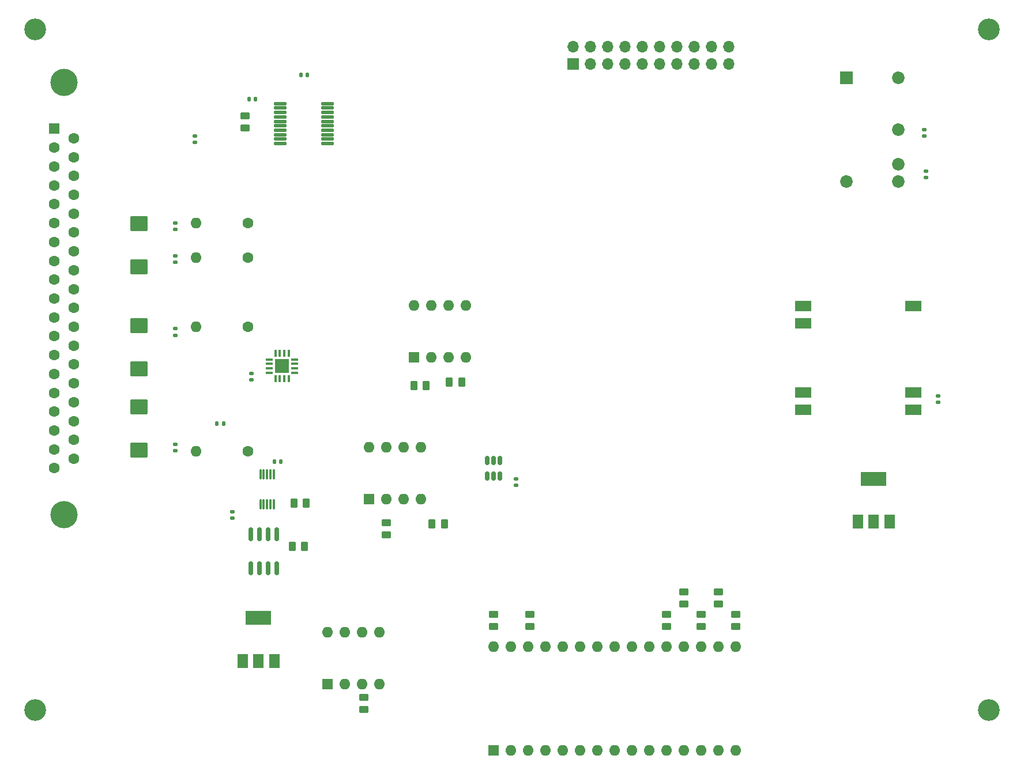
<source format=gbr>
%TF.GenerationSoftware,KiCad,Pcbnew,7.0.5*%
%TF.CreationDate,2024-02-20T16:17:49+00:00*%
%TF.ProjectId,EGSE,45475345-2e6b-4696-9361-645f70636258,rev?*%
%TF.SameCoordinates,Original*%
%TF.FileFunction,Soldermask,Top*%
%TF.FilePolarity,Negative*%
%FSLAX46Y46*%
G04 Gerber Fmt 4.6, Leading zero omitted, Abs format (unit mm)*
G04 Created by KiCad (PCBNEW 7.0.5) date 2024-02-20 16:17:49*
%MOMM*%
%LPD*%
G01*
G04 APERTURE LIST*
G04 Aperture macros list*
%AMRoundRect*
0 Rectangle with rounded corners*
0 $1 Rounding radius*
0 $2 $3 $4 $5 $6 $7 $8 $9 X,Y pos of 4 corners*
0 Add a 4 corners polygon primitive as box body*
4,1,4,$2,$3,$4,$5,$6,$7,$8,$9,$2,$3,0*
0 Add four circle primitives for the rounded corners*
1,1,$1+$1,$2,$3*
1,1,$1+$1,$4,$5*
1,1,$1+$1,$6,$7*
1,1,$1+$1,$8,$9*
0 Add four rect primitives between the rounded corners*
20,1,$1+$1,$2,$3,$4,$5,0*
20,1,$1+$1,$4,$5,$6,$7,0*
20,1,$1+$1,$6,$7,$8,$9,0*
20,1,$1+$1,$8,$9,$2,$3,0*%
G04 Aperture macros list end*
%ADD10C,3.200000*%
%ADD11R,1.700000X1.700000*%
%ADD12O,1.700000X1.700000*%
%ADD13RoundRect,0.250000X-0.450000X0.262500X-0.450000X-0.262500X0.450000X-0.262500X0.450000X0.262500X0*%
%ADD14RoundRect,0.250000X-0.262500X-0.450000X0.262500X-0.450000X0.262500X0.450000X-0.262500X0.450000X0*%
%ADD15RoundRect,0.250000X0.262500X0.450000X-0.262500X0.450000X-0.262500X-0.450000X0.262500X-0.450000X0*%
%ADD16RoundRect,0.250000X0.450000X-0.262500X0.450000X0.262500X-0.450000X0.262500X-0.450000X-0.262500X0*%
%ADD17O,1.600000X1.600000*%
%ADD18R,1.600000X1.600000*%
%ADD19C,4.000000*%
%ADD20C,1.600000*%
%ADD21RoundRect,0.140000X-0.170000X0.140000X-0.170000X-0.140000X0.170000X-0.140000X0.170000X0.140000X0*%
%ADD22RoundRect,0.150000X0.150000X-0.825000X0.150000X0.825000X-0.150000X0.825000X-0.150000X-0.825000X0*%
%ADD23RoundRect,0.250000X-1.025000X0.875000X-1.025000X-0.875000X1.025000X-0.875000X1.025000X0.875000X0*%
%ADD24R,1.500000X2.000000*%
%ADD25R,3.800000X2.000000*%
%ADD26RoundRect,0.087500X-0.425000X-0.087500X0.425000X-0.087500X0.425000X0.087500X-0.425000X0.087500X0*%
%ADD27RoundRect,0.087500X-0.087500X-0.425000X0.087500X-0.425000X0.087500X0.425000X-0.087500X0.425000X0*%
%ADD28R,2.100000X2.100000*%
%ADD29RoundRect,0.125000X-0.825000X-0.125000X0.825000X-0.125000X0.825000X0.125000X-0.825000X0.125000X0*%
%ADD30RoundRect,0.075000X0.075000X-0.650000X0.075000X0.650000X-0.075000X0.650000X-0.075000X-0.650000X0*%
%ADD31RoundRect,0.150000X0.150000X-0.512500X0.150000X0.512500X-0.150000X0.512500X-0.150000X-0.512500X0*%
%ADD32R,2.450000X1.600000*%
%ADD33RoundRect,0.140000X0.170000X-0.140000X0.170000X0.140000X-0.170000X0.140000X-0.170000X-0.140000X0*%
%ADD34RoundRect,0.140000X0.140000X0.170000X-0.140000X0.170000X-0.140000X-0.170000X0.140000X-0.170000X0*%
%ADD35RoundRect,0.140000X-0.140000X-0.170000X0.140000X-0.170000X0.140000X0.170000X-0.140000X0.170000X0*%
%ADD36R,1.850000X1.850000*%
%ADD37C,1.850000*%
G04 APERTURE END LIST*
D10*
%TO.C,REF\u002A\u002A3*%
X164130000Y-140386000D03*
%TD*%
%TO.C,REF\u002A\u002A2*%
X24130000Y-140386000D03*
%TD*%
%TO.C,REF\u002A\u002A1*%
X164130000Y-40386000D03*
%TD*%
%TO.C,REF\u002A\u002A*%
X24130000Y-40386000D03*
%TD*%
D11*
%TO.C,J3*%
X103124000Y-45466000D03*
D12*
X103124000Y-42926000D03*
X105664000Y-45466000D03*
X105664000Y-42926000D03*
X108204000Y-45466000D03*
X108204000Y-42926000D03*
X110744000Y-45466000D03*
X110744000Y-42926000D03*
X113284000Y-45466000D03*
X113284000Y-42926000D03*
X115824000Y-45466000D03*
X115824000Y-42926000D03*
X118364000Y-45466000D03*
X118364000Y-42926000D03*
X120904000Y-45466000D03*
X120904000Y-42926000D03*
X123444000Y-45466000D03*
X123444000Y-42926000D03*
X125984000Y-45466000D03*
X125984000Y-42926000D03*
%TD*%
D13*
%TO.C,R9*%
X121920000Y-126341500D03*
X121920000Y-128166500D03*
%TD*%
D14*
%TO.C,R18*%
X82399500Y-113030000D03*
X84224500Y-113030000D03*
%TD*%
D13*
%TO.C,R17*%
X75682000Y-112889500D03*
X75682000Y-114714500D03*
%TD*%
%TO.C,R16*%
X96774000Y-126341500D03*
X96774000Y-128166500D03*
%TD*%
D15*
%TO.C,R14*%
X63664500Y-116332000D03*
X61839500Y-116332000D03*
%TD*%
%TO.C,R13*%
X63930500Y-109982000D03*
X62105500Y-109982000D03*
%TD*%
D13*
%TO.C,R12*%
X54931802Y-53088500D03*
X54931802Y-54913500D03*
%TD*%
%TO.C,R11*%
X116840000Y-126341500D03*
X116840000Y-128166500D03*
%TD*%
%TO.C,R10*%
X119380000Y-123039500D03*
X119380000Y-124864500D03*
%TD*%
%TO.C,R8*%
X127000000Y-126341500D03*
X127000000Y-128166500D03*
%TD*%
%TO.C,R7*%
X124460000Y-124864500D03*
X124460000Y-123039500D03*
%TD*%
D15*
%TO.C,R4*%
X86764500Y-92202000D03*
X84939500Y-92202000D03*
%TD*%
D16*
%TO.C,R3*%
X72390000Y-140346500D03*
X72390000Y-138521500D03*
%TD*%
D15*
%TO.C,R1*%
X81534000Y-92722000D03*
X79709000Y-92722000D03*
%TD*%
D16*
%TO.C,R15*%
X91440000Y-128178500D03*
X91440000Y-126353500D03*
%TD*%
D17*
%TO.C,A1*%
X91440000Y-131064000D03*
X93980000Y-131064000D03*
X96520000Y-131064000D03*
X99060000Y-131064000D03*
X101600000Y-131064000D03*
X104140000Y-131064000D03*
X106680000Y-131064000D03*
X109220000Y-131064000D03*
X111760000Y-131064000D03*
X114300000Y-131064000D03*
X116840000Y-131064000D03*
X119380000Y-131064000D03*
X121920000Y-131064000D03*
X124460000Y-131064000D03*
X127000000Y-131064000D03*
X127000000Y-146304000D03*
X124460000Y-146304000D03*
X121920000Y-146304000D03*
X119380000Y-146304000D03*
X116840000Y-146304000D03*
X114300000Y-146304000D03*
X111760000Y-146304000D03*
X109220000Y-146304000D03*
X106680000Y-146304000D03*
X104140000Y-146304000D03*
X101600000Y-146304000D03*
X99060000Y-146304000D03*
X96520000Y-146304000D03*
X93980000Y-146304000D03*
D18*
X91440000Y-146304000D03*
%TD*%
D19*
%TO.C,J1*%
X28344000Y-111707000D03*
X28344000Y-48207000D03*
D18*
X26924000Y-55027000D03*
D20*
X26924000Y-57797000D03*
X26924000Y-60567000D03*
X26924000Y-63337000D03*
X26924000Y-66107000D03*
X26924000Y-68877000D03*
X26924000Y-71647000D03*
X26924000Y-74417000D03*
X26924000Y-77187000D03*
X26924000Y-79957000D03*
X26924000Y-82727000D03*
X26924000Y-85497000D03*
X26924000Y-88267000D03*
X26924000Y-91037000D03*
X26924000Y-93807000D03*
X26924000Y-96577000D03*
X26924000Y-99347000D03*
X26924000Y-102117000D03*
X26924000Y-104887000D03*
X29764000Y-56412000D03*
X29764000Y-59182000D03*
X29764000Y-61952000D03*
X29764000Y-64722000D03*
X29764000Y-67492000D03*
X29764000Y-70262000D03*
X29764000Y-73032000D03*
X29764000Y-75802000D03*
X29764000Y-78572000D03*
X29764000Y-81342000D03*
X29764000Y-84112000D03*
X29764000Y-86882000D03*
X29764000Y-89652000D03*
X29764000Y-92422000D03*
X29764000Y-95192000D03*
X29764000Y-97962000D03*
X29764000Y-100732000D03*
X29764000Y-103502000D03*
%TD*%
D21*
%TO.C,C6*%
X44704000Y-84384000D03*
X44704000Y-85344000D03*
%TD*%
D22*
%TO.C,U7*%
X55767000Y-114619000D03*
X57037000Y-114619000D03*
X58307000Y-114619000D03*
X59577000Y-114619000D03*
X59577000Y-119569000D03*
X58307000Y-119569000D03*
X57037000Y-119569000D03*
X55767000Y-119569000D03*
%TD*%
D21*
%TO.C,C7*%
X44704000Y-68862000D03*
X44704000Y-69822000D03*
%TD*%
D23*
%TO.C,C8*%
X39370000Y-95860000D03*
X39370000Y-102260000D03*
%TD*%
D24*
%TO.C,U9*%
X59210000Y-133198000D03*
D25*
X56910000Y-126898000D03*
D24*
X56910000Y-133198000D03*
X54610000Y-133198000D03*
%TD*%
D17*
%TO.C,U2*%
X67066000Y-129022000D03*
X69606000Y-129022000D03*
X72146000Y-129022000D03*
X74686000Y-129022000D03*
X74686000Y-136642000D03*
X72146000Y-136642000D03*
X69606000Y-136642000D03*
D18*
X67066000Y-136642000D03*
%TD*%
D26*
%TO.C,U3*%
X58505000Y-88900000D03*
X58505000Y-89550000D03*
X58505000Y-90200000D03*
X58505000Y-90850000D03*
D27*
X59392500Y-91737500D03*
X60042500Y-91737500D03*
X60692500Y-91737500D03*
X61342500Y-91737500D03*
D26*
X62230000Y-90850000D03*
X62230000Y-90200000D03*
X62230000Y-89550000D03*
X62230000Y-88900000D03*
D27*
X61342500Y-88012500D03*
X60692500Y-88012500D03*
X60042500Y-88012500D03*
X59392500Y-88012500D03*
D28*
X60367500Y-89875000D03*
%TD*%
D29*
%TO.C,U5*%
X60067802Y-51330000D03*
X60067802Y-51980000D03*
X60067802Y-52630000D03*
X60067802Y-53280000D03*
X60067802Y-53930000D03*
X60067802Y-54580000D03*
X60067802Y-55230000D03*
X60067802Y-55880000D03*
X60067802Y-56530000D03*
X60067802Y-57180000D03*
X67067802Y-57180000D03*
X67067802Y-56530000D03*
X67067802Y-55880000D03*
X67067802Y-55230000D03*
X67067802Y-54580000D03*
X67067802Y-53930000D03*
X67067802Y-53280000D03*
X67067802Y-52630000D03*
X67067802Y-51980000D03*
X67067802Y-51330000D03*
%TD*%
D30*
%TO.C,U4*%
X57180000Y-105750000D03*
X57680000Y-105750000D03*
X58180000Y-105750000D03*
X58680000Y-105750000D03*
X59180000Y-105750000D03*
X59180000Y-110150000D03*
X58680000Y-110150000D03*
X58180000Y-110150000D03*
X57680000Y-110150000D03*
X57180000Y-110150000D03*
%TD*%
D21*
%TO.C,C12*%
X53100000Y-112240000D03*
X53100000Y-111280000D03*
%TD*%
D31*
%TO.C,U11*%
X90490000Y-106039500D03*
X91440000Y-106039500D03*
X92390000Y-106039500D03*
X92390000Y-103764500D03*
X91440000Y-103764500D03*
X90490000Y-103764500D03*
%TD*%
D32*
%TO.C,U6*%
X153056000Y-81026000D03*
X153056000Y-93726000D03*
X153056000Y-96266000D03*
X136906000Y-96266000D03*
X136906000Y-93726000D03*
X136906000Y-83566000D03*
X136906000Y-81026000D03*
%TD*%
D21*
%TO.C,C15*%
X47565802Y-56089000D03*
X47565802Y-57049000D03*
%TD*%
D33*
%TO.C,C19*%
X154686000Y-56106000D03*
X154686000Y-55146000D03*
%TD*%
D34*
%TO.C,C14*%
X56455802Y-50699000D03*
X55495802Y-50699000D03*
%TD*%
D35*
%TO.C,C11*%
X60184000Y-103886000D03*
X59224000Y-103886000D03*
%TD*%
%TO.C,C13*%
X63115802Y-47143000D03*
X64075802Y-47143000D03*
%TD*%
D21*
%TO.C,C1*%
X55880000Y-90932000D03*
X55880000Y-91892000D03*
%TD*%
D23*
%TO.C,C10*%
X39370000Y-68936000D03*
X39370000Y-75336000D03*
%TD*%
D24*
%TO.C,U12*%
X149556000Y-112726000D03*
D25*
X147256000Y-106426000D03*
D24*
X147256000Y-112726000D03*
X144956000Y-112726000D03*
%TD*%
D33*
%TO.C,C17*%
X156718000Y-94262000D03*
X156718000Y-95222000D03*
%TD*%
D18*
%TO.C,U1*%
X79766000Y-88636000D03*
D17*
X82306000Y-88636000D03*
X84846000Y-88636000D03*
X87386000Y-88636000D03*
X87386000Y-81016000D03*
X84846000Y-81016000D03*
X82306000Y-81016000D03*
X79766000Y-81016000D03*
%TD*%
D20*
%TO.C,R19*%
X55372000Y-73914000D03*
D17*
X47752000Y-73914000D03*
%TD*%
%TO.C,R2*%
X47752000Y-102362000D03*
D20*
X55372000Y-102362000D03*
%TD*%
D23*
%TO.C,C9*%
X39370000Y-83922000D03*
X39370000Y-90322000D03*
%TD*%
D36*
%TO.C,PS1*%
X143256000Y-47498000D03*
D37*
X143256000Y-62738000D03*
X150876000Y-47498000D03*
X150876000Y-55118000D03*
X150876000Y-60198000D03*
X150876000Y-62738000D03*
%TD*%
D33*
%TO.C,C18*%
X154940000Y-62202000D03*
X154940000Y-61242000D03*
%TD*%
D18*
%TO.C,U8*%
X73162000Y-109464000D03*
D17*
X75702000Y-109464000D03*
X78242000Y-109464000D03*
X80782000Y-109464000D03*
X80782000Y-101844000D03*
X78242000Y-101844000D03*
X75702000Y-101844000D03*
X73162000Y-101844000D03*
%TD*%
D33*
%TO.C,C4*%
X44704000Y-102334000D03*
X44704000Y-101374000D03*
%TD*%
D20*
%TO.C,R5*%
X55372000Y-84074000D03*
D17*
X47752000Y-84074000D03*
%TD*%
D34*
%TO.C,C2*%
X51760000Y-98298000D03*
X50800000Y-98298000D03*
%TD*%
D20*
%TO.C,R6*%
X55372000Y-68834000D03*
D17*
X47752000Y-68834000D03*
%TD*%
D21*
%TO.C,C5*%
X44704000Y-73660000D03*
X44704000Y-74620000D03*
%TD*%
%TO.C,C16*%
X94742000Y-106454000D03*
X94742000Y-107414000D03*
%TD*%
M02*

</source>
